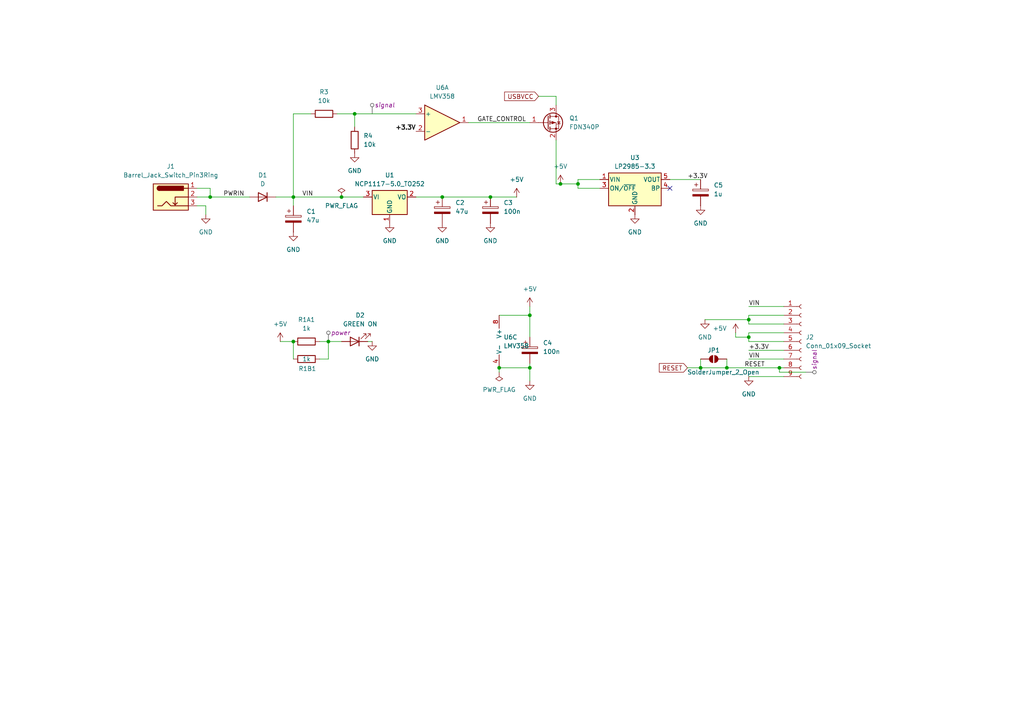
<source format=kicad_sch>
(kicad_sch (version 20231120) (generator "eeschema") (generator_version "8.0")
  (paper "A4")
  (lib_symbols
    (symbol "Amplifier_Operational:LMV358" (pin_names (offset 0.127))
      (property "Reference" "U" (at 0 5.08 0))
      (property "Value" "LMV358" (at 0 -5.08 0))
      (symbol "LMV358_1_1"
        (polyline (pts (xy -5.08 5.08) (xy 5.08 0) (xy -5.08 -5.08) (xy -5.08 5.08)) (stroke (width 0.254)) (fill (type background)))
        (pin output line (at 7.62 0 180) (length 2.54) (name "~") (number "1"))
        (pin input line (at -7.62 -2.54 0) (length 2.54) (name "-") (number "2"))
        (pin input line (at -7.62 2.54 0) (length 2.54) (name "+") (number "3"))
      )
      (symbol "LMV358_2_1"
        (polyline (pts (xy -5.08 5.08) (xy 5.08 0) (xy -5.08 -5.08) (xy -5.08 5.08)) (stroke (width 0.254)) (fill (type background)))
        (pin input line (at -7.62 2.54 0) (length 2.54) (name "+") (number "5"))
        (pin input line (at -7.62 -2.54 0) (length 2.54) (name "-") (number "6"))
        (pin output line (at 7.62 0 180) (length 2.54) (name "~") (number "7"))
      )
      (symbol "LMV358_3_1"
        (pin power_in line (at -2.54 -7.62 90) (length 3.81) (name "V-") (number "4"))
        (pin power_in line (at -2.54 7.62 270) (length 3.81) (name "V+") (number "8"))
      )
    )
    (symbol "Connector:Barrel_Jack_Switch_Pin3Ring" (pin_names hide)
      (property "Reference" "J" (at 0 5.334 0))
      (property "Value" "Barrel_Jack_Switch_Pin3Ring" (at 0 -5.08 0))
      (symbol "Barrel_Jack_Switch_Pin3Ring_0_1"
        (rectangle (start -5.08 3.81) (end 5.08 -3.81) (stroke (width 0.254)) (fill (type background)))
        (arc (start -3.302 3.175) (mid -3.9343 2.54) (end -3.302 1.905) (stroke (width 0.254)))
        (arc (start -3.302 3.175) (mid -3.9343 2.54) (end -3.302 1.905) (stroke (width 0.254)) (fill (type outline)))
        (polyline (pts (xy 1.27 -2.286) (xy 1.905 -1.651)) (stroke (width 0.254)))
        (polyline (pts (xy 5.08 2.54) (xy 3.81 2.54)) (stroke (width 0.254)))
        (polyline (pts (xy 5.08 0) (xy 1.27 0) (xy 1.27 -2.286) (xy 0.635 -1.651)) (stroke (width 0.254)))
        (polyline (pts (xy -3.81 -2.54) (xy -2.54 -2.54) (xy -1.27 -1.27) (xy 0 -2.54) (xy 2.54 -2.54) (xy 5.08 -2.54)) (stroke (width 0.254)))
        (rectangle (start 3.683 3.175) (end -3.302 1.905) (stroke (width 0.254)) (fill (type outline)))
      )
      (symbol "Barrel_Jack_Switch_Pin3Ring_1_1"
        (pin passive line (at 7.62 2.54 180) (length 2.54) (name "~") (number "1"))
        (pin passive line (at 7.62 0 180) (length 2.54) (name "~") (number "2"))
        (pin passive line (at 7.62 -2.54 180) (length 2.54) (name "~") (number "3"))
      )
    )
    (symbol "Connector:Conn_01x09_Socket" (pin_names (offset 1.016) hide)
      (property "Reference" "J" (at 0 12.7 0))
      (property "Value" "Conn_01x09_Socket" (at 0 -12.7 0))
      (symbol "Conn_01x09_Socket_1_1"
        (arc (start 0 -9.652) (mid -0.5058 -10.16) (end 0 -10.668) (stroke (width 0.1524)))
        (arc (start 0 -7.112) (mid -0.5058 -7.62) (end 0 -8.128) (stroke (width 0.1524)))
        (arc (start 0 -4.572) (mid -0.5058 -5.08) (end 0 -5.588) (stroke (width 0.1524)))
        (arc (start 0 -2.032) (mid -0.5058 -2.54) (end 0 -3.048) (stroke (width 0.1524)))
        (polyline (pts (xy -1.27 -10.16) (xy -0.508 -10.16)) (stroke (width 0.1524)))
        (polyline (pts (xy -1.27 -7.62) (xy -0.508 -7.62)) (stroke (width 0.1524)))
        (polyline (pts (xy -1.27 -5.08) (xy -0.508 -5.08)) (stroke (width 0.1524)))
        (polyline (pts (xy -1.27 -2.54) (xy -0.508 -2.54)) (stroke (width 0.1524)))
        (polyline (pts (xy -1.27 0) (xy -0.508 0)) (stroke (width 0.1524)))
        (polyline (pts (xy -1.27 2.54) (xy -0.508 2.54)) (stroke (width 0.1524)))
        (polyline (pts (xy -1.27 5.08) (xy -0.508 5.08)) (stroke (width 0.1524)))
        (polyline (pts (xy -1.27 7.62) (xy -0.508 7.62)) (stroke (width 0.1524)))
        (polyline (pts (xy -1.27 10.16) (xy -0.508 10.16)) (stroke (width 0.1524)))
        (arc (start 0 0.508) (mid -0.5058 0) (end 0 -0.508) (stroke (width 0.1524)))
        (arc (start 0 3.048) (mid -0.5058 2.54) (end 0 2.032) (stroke (width 0.1524)))
        (arc (start 0 5.588) (mid -0.5058 5.08) (end 0 4.572) (stroke (width 0.1524)))
        (arc (start 0 8.128) (mid -0.5058 7.62) (end 0 7.112) (stroke (width 0.1524)))
        (arc (start 0 10.668) (mid -0.5058 10.16) (end 0 9.652) (stroke (width 0.1524)))
        (pin passive line (at -5.08 10.16 0) (length 3.81) (name "Pin_1") (number "1"))
        (pin passive line (at -5.08 7.62 0) (length 3.81) (name "Pin_2") (number "2"))
        (pin passive line (at -5.08 5.08 0) (length 3.81) (name "Pin_3") (number "3"))
        (pin passive line (at -5.08 2.54 0) (length 3.81) (name "Pin_4") (number "4"))
        (pin passive line (at -5.08 0 0) (length 3.81) (name "Pin_5") (number "5"))
        (pin passive line (at -5.08 -2.54 0) (length 3.81) (name "Pin_6") (number "6"))
        (pin passive line (at -5.08 -5.08 0) (length 3.81) (name "Pin_7") (number "7"))
        (pin passive line (at -5.08 -7.62 0) (length 3.81) (name "Pin_8") (number "8"))
        (pin passive line (at -5.08 -10.16 0) (length 3.81) (name "Pin_9") (number "9"))
      )
    )
    (symbol "Device:C_Polarized" (pin_numbers hide) (pin_names (offset 0.254))
      (property "Reference" "C" (at 0.635 2.54 0))
      (property "Value" "C_Polarized" (at 0.635 -2.54 0))
      (symbol "C_Polarized_0_1"
        (rectangle (start -2.286 0.508) (end 2.286 1.016))
        (polyline (pts (xy -1.778 2.286) (xy -0.762 2.286)))
        (polyline (pts (xy -1.27 2.794) (xy -1.27 1.778)))
        (rectangle (start 2.286 -0.508) (end -2.286 -1.016) (fill (type outline)))
      )
      (symbol "C_Polarized_1_1"
        (pin passive line (at 0 3.81 270) (length 2.794) (name "~") (number "1"))
        (pin passive line (at 0 -3.81 90) (length 2.794) (name "~") (number "2"))
      )
    )
    (symbol "Device:D" (pin_numbers hide) (pin_names (offset 1.016) hide)
      (property "Reference" "D" (at 0 2.54 0))
      (property "Value" "D" (at 0 -2.54 0))
      (symbol "D_0_1"
        (polyline (pts (xy -1.27 1.27) (xy -1.27 -1.27)) (stroke (width 0.254)))
        (polyline (pts (xy 1.27 0) (xy -1.27 0)))
        (polyline (pts (xy 1.27 1.27) (xy 1.27 -1.27) (xy -1.27 0) (xy 1.27 1.27)) (stroke (width 0.254)))
      )
      (symbol "D_1_1"
        (pin passive line (at -3.81 0 0) (length 2.54) (name "K") (number "1"))
        (pin passive line (at 3.81 0 180) (length 2.54) (name "A") (number "2"))
      )
    )
    (symbol "Device:LED" (pin_numbers hide) (pin_names (offset 1.016) hide)
      (property "Reference" "D" (at 0 2.54 0))
      (property "Value" "LED" (at 0 -2.54 0))
      (symbol "LED_0_1"
        (polyline (pts (xy -1.27 -1.27) (xy -1.27 1.27)) (stroke (width 0.254)))
        (polyline (pts (xy -1.27 0) (xy 1.27 0)))
        (polyline (pts (xy 1.27 -1.27) (xy 1.27 1.27) (xy -1.27 0) (xy 1.27 -1.27)) (stroke (width 0.254)))
        (polyline (pts (xy -3.048 -0.762) (xy -4.572 -2.286) (xy -3.81 -2.286) (xy -4.572 -2.286) (xy -4.572 -1.524)))
        (polyline (pts (xy -1.778 -0.762) (xy -3.302 -2.286) (xy -2.54 -2.286) (xy -3.302 -2.286) (xy -3.302 -1.524)))
      )
      (symbol "LED_1_1"
        (pin passive line (at -3.81 0 0) (length 2.54) (name "K") (number "1"))
        (pin passive line (at 3.81 0 180) (length 2.54) (name "A") (number "2"))
      )
    )
    (symbol "Device:R" (pin_numbers hide) (pin_names (offset 0))
      (property "Reference" "R" (at 2.032 0 90))
      (property "Value" "R" (at 0 0 90))
      (symbol "R_0_1"
        (rectangle (start -1.016 -2.54) (end 1.016 2.54) (stroke (width 0.254)))
      )
      (symbol "R_1_1"
        (pin passive line (at 0 3.81 270) (length 1.27) (name "~") (number "1"))
        (pin passive line (at 0 -3.81 90) (length 1.27) (name "~") (number "2"))
      )
    )
    (symbol "Jumper:SolderJumper_2_Open" (pin_numbers hide) (pin_names (offset 0) hide) (exclude_from_sim yes) (in_bom no)
      (property "Reference" "JP" (at 0 2.032 0))
      (property "Value" "SolderJumper_2_Open" (at 0 -2.54 0))
      (symbol "SolderJumper_2_Open_0_1"
        (arc (start -0.254 1.016) (mid -1.2656 0) (end -0.254 -1.016))
        (arc (start -0.254 1.016) (mid -1.2656 0) (end -0.254 -1.016) (fill (type outline)))
        (polyline (pts (xy -0.254 1.016) (xy -0.254 -1.016)))
        (polyline (pts (xy 0.254 1.016) (xy 0.254 -1.016)))
        (arc (start 0.254 -1.016) (mid 1.2656 0) (end 0.254 1.016))
        (arc (start 0.254 -1.016) (mid 1.2656 0) (end 0.254 1.016) (fill (type outline)))
      )
      (symbol "SolderJumper_2_Open_1_1"
        (pin passive line (at -3.81 0 0) (length 2.54) (name "A") (number "1"))
        (pin passive line (at 3.81 0 180) (length 2.54) (name "B") (number "2"))
      )
    )
    (symbol "Regulator_Linear:LP2985-3.3" (pin_names (offset 0.254))
      (property "Reference" "U" (at -6.35 5.715 0))
      (property "Value" "LP2985-3.3" (at 0 5.715 0))
      (symbol "LP2985-3.3_0_1"
        (rectangle (start -7.62 -5.08) (end 7.62 4.445) (stroke (width 0.254)) (fill (type background)))
      )
      (symbol "LP2985-3.3_1_1"
        (pin power_in line (at -10.16 2.54 0) (length 2.54) (name "VIN") (number "1"))
        (pin power_in line (at 0 -7.62 90) (length 2.54) (name "GND") (number "2"))
        (pin input line (at -10.16 0 0) (length 2.54) (name "ON/~{OFF}") (number "3"))
        (pin input line (at 10.16 0 180) (length 2.54) (name "BP") (number "4"))
        (pin power_out line (at 10.16 2.54 180) (length 2.54) (name "VOUT") (number "5"))
      )
    )
    (symbol "Regulator_Linear:NCP1117-5.0_TO252" (pin_names (offset 0.254))
      (property "Reference" "U" (at -3.81 3.175 0))
      (property "Value" "NCP1117-5.0_TO252" (at 0 3.175 0))
      (symbol "NCP1117-5.0_TO252_0_1"
        (rectangle (start -5.08 1.905) (end 5.08 -5.08) (stroke (width 0.254)) (fill (type background)))
      )
      (symbol "NCP1117-5.0_TO252_1_1"
        (pin power_in line (at 0 -7.62 90) (length 2.54) (name "GND") (number "1"))
        (pin power_out line (at 7.62 0 180) (length 2.54) (name "VO") (number "2"))
        (pin power_in line (at -7.62 0 0) (length 2.54) (name "VI") (number "3"))
      )
    )
    (symbol "Transistor_FET:FDN340P" (pin_names hide)
      (property "Reference" "Q" (at 5.08 1.905 0))
      (property "Value" "FDN340P" (at 5.08 0 0))
      (symbol "FDN340P_0_1"
        (polyline (pts (xy 0.254 0) (xy -2.54 0)))
        (polyline (pts (xy 0.254 1.905) (xy 0.254 -1.905)) (stroke (width 0.254)))
        (polyline (pts (xy 0.762 -1.27) (xy 0.762 -2.286)) (stroke (width 0.254)))
        (polyline (pts (xy 0.762 0.508) (xy 0.762 -0.508)) (stroke (width 0.254)))
        (polyline (pts (xy 0.762 2.286) (xy 0.762 1.27)) (stroke (width 0.254)))
        (polyline (pts (xy 2.54 2.54) (xy 2.54 1.778)))
        (polyline (pts (xy 2.54 -2.54) (xy 2.54 0) (xy 0.762 0)))
        (polyline (pts (xy 0.762 1.778) (xy 3.302 1.778) (xy 3.302 -1.778) (xy 0.762 -1.778)))
        (polyline (pts (xy 2.286 0) (xy 1.27 0.381) (xy 1.27 -0.381) (xy 2.286 0)) (fill (type outline)))
        (polyline (pts (xy 2.794 -0.508) (xy 2.921 -0.381) (xy 3.683 -0.381) (xy 3.81 -0.254)))
        (polyline (pts (xy 3.302 -0.381) (xy 2.921 0.254) (xy 3.683 0.254) (xy 3.302 -0.381)))
        (circle (center 1.651 0) (radius 2.794) (stroke (width 0.254)))
        (circle (center 2.54 -1.778) (radius 0.254) (fill (type outline)))
        (circle (center 2.54 1.778) (radius 0.254) (fill (type outline)))
      )
      (symbol "FDN340P_1_1"
        (pin input line (at -5.08 0 0) (length 2.54) (name "G") (number "1"))
        (pin passive line (at 2.54 -5.08 90) (length 2.54) (name "S") (number "2"))
        (pin passive line (at 2.54 5.08 270) (length 2.54) (name "D") (number "3"))
      )
    )
    (symbol "power:+5V" (power) (pin_numbers hide) (pin_names (offset 0) hide)
      (property "Value" "+5V" (at 0 3.556 0))
      (symbol "+5V_0_1"
        (polyline (pts (xy -0.762 1.27) (xy 0 2.54)))
        (polyline (pts (xy 0 0) (xy 0 2.54)))
        (polyline (pts (xy 0 2.54) (xy 0.762 1.27)))
      )
      (symbol "+5V_1_1"
        (pin power_in line (at 0 0 90) (length 0) (name "~") (number "1"))
      )
    )
    (symbol "power:GND" (power) (pin_numbers hide) (pin_names (offset 0) hide)
      (property "Value" "GND" (at 0 -3.81 0))
      (symbol "GND_0_1"
        (polyline (pts (xy 0 0) (xy 0 -1.27) (xy 1.27 -1.27) (xy 0 -2.54) (xy -1.27 -1.27) (xy 0 -1.27)))
      )
      (symbol "GND_1_1"
        (pin power_in line (at 0 0 270) (length 0) (name "~") (number "1"))
      )
    )
    (symbol "power:PWR_FLAG" (power) (pin_numbers hide) (pin_names (offset 0) hide)
      (property "Value" "PWR_FLAG" (at 0 3.81 0))
      (symbol "PWR_FLAG_0_0"
        (pin power_out line (at 0 0 90) (length 0) (name "~") (number "1"))
      )
      (symbol "PWR_FLAG_0_1"
        (polyline (pts (xy 0 0) (xy 0 1.27) (xy -1.016 1.905) (xy 0 2.54) (xy 1.016 1.905) (xy 0 1.27)))
      )
    )
  )
  (junction (at 60.96 57.15))
  (junction (at 203.2 106.68))
  (junction (at 210.82 106.68))
  (junction (at 99.06 57.15))
  (junction (at 153.67 106.68))
  (junction (at 144.78 106.68))
  (junction (at 142.24 57.15))
  (junction (at 102.87 33.02))
  (junction (at 226.06 106.68))
  (junction (at 153.67 91.44))
  (junction (at 162.56 53.34))
  (junction (at 128.27 57.15))
  (junction (at 85.09 57.15))
  (junction (at 167.64 53.34))
  (junction (at 95.25 99.06))
  (junction (at 85.09 99.06))
  (junction (at 217.17 92.71))
  (junction (at 217.17 97.79))
  (no_connect (at 194.31 54.61))
  (wire (pts (xy 85.09 57.15) (xy 99.06 57.15)))
  (wire (pts (xy 120.65 57.15) (xy 128.27 57.15)))
  (wire (pts (xy 57.15 54.61) (xy 60.96 54.61)))
  (wire (pts (xy 142.24 57.15) (xy 149.86 57.15)))
  (wire (pts (xy 99.06 57.15) (xy 105.41 57.15)))
  (wire (pts (xy 213.36 97.79) (xy 217.17 97.79)))
  (wire (pts (xy 217.17 88.9) (xy 227.33 88.9)))
  (wire (pts (xy 217.17 93.98) (xy 227.33 93.98)))
  (wire (pts (xy 173.99 54.61) (xy 167.64 54.61)))
  (wire (pts (xy 217.17 99.06) (xy 227.33 99.06)))
  (wire (pts (xy 217.17 92.71) (xy 217.17 93.98)))
  (wire (pts (xy 59.69 62.23) (xy 59.69 59.69)))
  (wire (pts (xy 210.82 104.14) (xy 210.82 106.68)))
  (wire (pts (xy 60.96 54.61) (xy 60.96 57.15)))
  (wire (pts (xy 203.2 104.14) (xy 203.2 106.68)))
  (wire (pts (xy 156.21 27.94) (xy 161.29 27.94)))
  (wire (pts (xy 85.09 99.06) (xy 85.09 104.14)))
  (wire (pts (xy 153.67 110.49) (xy 153.67 106.68)))
  (wire (pts (xy 217.17 96.52) (xy 217.17 97.79)))
  (wire (pts (xy 161.29 53.34) (xy 162.56 53.34)))
  (wire (pts (xy 95.25 99.06) (xy 99.06 99.06)))
  (wire (pts (xy 85.09 33.02) (xy 85.09 57.15)))
  (wire (pts (xy 194.31 52.07) (xy 203.2 52.07)))
  (wire (pts (xy 167.64 54.61) (xy 167.64 53.34)))
  (wire (pts (xy 153.67 91.44) (xy 153.67 97.79)))
  (wire (pts (xy 102.87 33.02) (xy 120.65 33.02)))
  (wire (pts (xy 95.25 104.14) (xy 92.71 104.14)))
  (wire (pts (xy 161.29 40.64) (xy 161.29 53.34)))
  (wire (pts (xy 60.96 57.15) (xy 72.39 57.15)))
  (wire (pts (xy 144.78 106.68) (xy 153.67 106.68)))
  (wire (pts (xy 167.64 52.07) (xy 173.99 52.07)))
  (wire (pts (xy 204.47 92.71) (xy 217.17 92.71)))
  (wire (pts (xy 95.25 99.06) (xy 95.25 104.14)))
  (wire (pts (xy 217.17 91.44) (xy 217.17 92.71)))
  (wire (pts (xy 57.15 57.15) (xy 60.96 57.15)))
  (wire (pts (xy 217.17 101.6) (xy 227.33 101.6)))
  (wire (pts (xy 81.28 99.06) (xy 85.09 99.06)))
  (wire (pts (xy 59.69 59.69) (xy 57.15 59.69)))
  (wire (pts (xy 217.17 104.14) (xy 227.33 104.14)))
  (wire (pts (xy 210.82 106.68) (xy 226.06 106.68)))
  (wire (pts (xy 226.06 106.68) (xy 227.33 106.68)))
  (wire (pts (xy 102.87 36.83) (xy 102.87 33.02)))
  (wire (pts (xy 203.2 106.68) (xy 210.82 106.68)))
  (wire (pts (xy 233.68 107.95) (xy 226.06 107.95)))
  (wire (pts (xy 85.09 57.15) (xy 85.09 59.69)))
  (wire (pts (xy 102.87 33.02) (xy 97.79 33.02)))
  (wire (pts (xy 128.27 57.15) (xy 142.24 57.15)))
  (wire (pts (xy 153.67 88.9) (xy 153.67 91.44)))
  (wire (pts (xy 199.39 106.68) (xy 203.2 106.68)))
  (wire (pts (xy 217.17 109.22) (xy 227.33 109.22)))
  (wire (pts (xy 135.89 35.56) (xy 153.67 35.56)))
  (wire (pts (xy 217.17 91.44) (xy 227.33 91.44)))
  (wire (pts (xy 162.56 53.34) (xy 167.64 53.34)))
  (wire (pts (xy 92.71 99.06) (xy 95.25 99.06)))
  (wire (pts (xy 106.68 99.06) (xy 107.95 99.06)))
  (wire (pts (xy 161.29 27.94) (xy 161.29 30.48)))
  (wire (pts (xy 217.17 97.79) (xy 217.17 99.06)))
  (wire (pts (xy 153.67 105.41) (xy 153.67 106.68)))
  (wire (pts (xy 217.17 96.52) (xy 227.33 96.52)))
  (wire (pts (xy 90.17 33.02) (xy 85.09 33.02)))
  (wire (pts (xy 226.06 107.95) (xy 226.06 106.68)))
  (wire (pts (xy 144.78 91.44) (xy 153.67 91.44)))
  (wire (pts (xy 167.64 53.34) (xy 167.64 52.07)))
  (wire (pts (xy 213.36 96.52) (xy 213.36 97.79)))
  (wire (pts (xy 80.01 57.15) (xy 85.09 57.15)))
  (wire (pts (xy 144.78 107.95) (xy 144.78 106.68)))
  (label "VIN" (at 217.17 104.14 0))
  (label "+3.3V" (at 120.65 38.1 180) (effects (font (thickness 0.254) (bold yes))))
  (label "VIN" (at 87.63 57.15 0))
  (label "+3.3V" (at 217.17 101.6 0))
  (label "GATE_CONTROL" (at 138.43 35.56 0))
  (label "PWRIN" (at 64.77 57.15 0))
  (label "+3.3V" (at 199.39 52.07 0))
  (label "VIN" (at 217.17 88.9 0))
  (label "RESET" (at 215.9 106.68 0))
  (global_label "USBVCC" (shape input) (at 156.21 27.94 180) (property "Intersheetrefs" "${INTERSHEET_REFS}" (effects (hide yes))))
  (global_label "RESET" (shape input) (at 199.39 106.68 180) (property "Intersheetrefs" "${INTERSHEET_REFS}" (effects (hide yes))))
  (netclass_flag "" (length 2.54) (shape round) (at 95.25 99.06 0) (property "Netclass" "power" (at 95.9485 96.52 0) (effects (font (italic yes)) (justify left))))
  (netclass_flag "" (length 2.54) (shape round) (at 233.68 107.95 270) (property "Netclass" "signal" (at 236.22 107.2515 90) (effects (font (italic yes)) (justify left))))
  (netclass_flag "" (length 2.54) (shape round) (at 107.95 33.02 0) (property "Netclass" "signal" (at 108.6485 30.48 0) (effects (font (italic yes)) (justify left))))
  (symbol (lib_id "Device:D") (at 76.2 57.15 180) (unit 1)
    (property "Reference" "D1" (at 76.2 50.8 0))
    (property "Value" "D" (at 76.2 53.34 0))
    (property "Footprint" "Diode_SMD:D_0603_1608Metric" (effects (hide yes)))
    (property "Description" "Diode" (effects (hide yes)))
    (property "Sim.Device" "D" (effects (hide yes)))
    (property "Sim.Pins" "1=K 2=A" (effects (hide yes)))
  )
  (symbol (lib_id "power:+5V") (at 213.36 96.52 0) (unit 1)
    (property "Reference" "#PWR017" (effects (hide yes)))
    (property "Value" "+5V" (at 210.82 95.2499 0) (effects (justify right)))
    (property "Description" "Power symbol creates a global label with name \"+5V\"" (effects (hide yes)))
  )
  (symbol (lib_id "power:PWR_FLAG") (at 99.06 57.15 0) (unit 1)
    (property "Reference" "#FLG01" (effects (hide yes)))
    (property "Value" "PWR_FLAG" (at 99.06 59.69 0))
    (property "Description" "Special symbol for telling ERC where power comes from" (effects (hide yes)))
  )
  (symbol (lib_id "Connector:Barrel_Jack_Switch_Pin3Ring") (at 49.53 57.15 0) (unit 1)
    (property "Reference" "J1" (at 49.53 48.26 0))
    (property "Value" "Barrel_Jack_Switch_Pin3Ring" (at 49.53 50.8 0))
    (property "Footprint" "Connector_BarrelJack:BarrelJack_Horizontal" (effects (hide yes)))
    (property "Description" "DC Barrel Jack with an internal switch" (effects (hide yes)))
  )
  (symbol (lib_id "Device:C_Polarized") (at 142.24 60.96 0) (unit 1)
    (property "Reference" "C3" (at 146.05 58.8009 0) (effects (justify left)))
    (property "Value" "100n" (at 146.05 61.3409 0) (effects (justify left)))
    (property "Footprint" "Capacitor_SMD:CP_Elec_6.3x3" (effects (hide yes)))
    (property "Description" "Polarized capacitor" (effects (hide yes)))
  )
  (symbol (lib_id "Device:R") (at 102.87 40.64 180) (unit 1)
    (property "Reference" "R4" (at 105.41 39.3699 0) (effects (justify right)))
    (property "Value" "10k" (at 105.41 41.9099 0) (effects (justify right)))
    (property "Footprint" "Resistor_SMD:R_0603_1608Metric" (effects (hide yes)))
    (property "Description" "Resistor" (effects (hide yes)))
  )
  (symbol (lib_id "Amplifier_Operational:LMV358") (at 147.32 99.06 0) (unit 3)
    (property "Reference" "U6" (at 146.05 97.7899 0) (effects (justify left)))
    (property "Value" "LMV358" (at 146.05 100.3299 0) (effects (justify left)))
    (property "Footprint" "Library:TO229P990X238-3N" (effects (hide yes)))
    (property "Datasheet" "http://www.ti.com/lit/ds/symlink/lmv324.pdf" (effects (hide yes)))
    (property "Description" "Dual Low-Voltage Rail-to-Rail Output Operational Amplifiers, SOIC-8/SSOP-8" (effects (hide yes)))
  )
  (symbol (lib_id "power:GND") (at 59.69 62.23 0) (unit 1)
    (property "Reference" "#PWR01" (effects (hide yes)))
    (property "Value" "GND" (at 59.69 67.31 0))
    (property "Description" "Power symbol creates a global label with name \"GND\" , ground" (effects (hide yes)))
  )
  (symbol (lib_id "Jumper:SolderJumper_2_Open") (at 207.01 104.14 0) (unit 1) (exclude_from_sim yes) (in_bom no)
    (property "Reference" "JP1" (at 207.01 101.6 0))
    (property "Value" "SolderJumper_2_Open" (at 209.804 107.95 0))
    (property "Footprint" "Jumper:SolderJumper-2_P1.3mm_Open_Pad1.0x1.5mm" (effects (hide yes)))
    (property "Description" "Solder Jumper, 2-pole, open" (effects (hide yes)))
  )
  (symbol (lib_id "Device:R") (at 93.98 33.02 90) (unit 1)
    (property "Reference" "R3" (at 93.98 26.67 90))
    (property "Value" "10k" (at 93.98 29.21 90))
    (property "Footprint" "Resistor_SMD:R_0603_1608Metric" (effects (hide yes)))
    (property "Description" "Resistor" (effects (hide yes)))
  )
  (symbol (lib_id "Device:R") (at 88.9 99.06 270) (unit 1)
    (property "Reference" "R1A1" (at 88.9 92.71 90))
    (property "Value" "1k" (at 88.9 95.25 90))
    (property "Footprint" "Resistor_SMD:R_0603_1608Metric" (effects (hide yes)))
    (property "Description" "Resistor" (effects (hide yes)))
  )
  (symbol (lib_id "Regulator_Linear:NCP1117-5.0_TO252") (at 113.03 57.15 0) (unit 1)
    (property "Reference" "U1" (at 113.03 50.8 0))
    (property "Value" "NCP1117-5.0_TO252" (at 113.03 53.34 0))
    (property "Footprint" "Package_TO_SOT_SMD:TO-252-2" (effects (hide yes)))
    (property "Datasheet" "http://www.onsemi.com/pub_link/Collateral/NCP1117-D.PDF" (effects (hide yes)))
    (property "Description" "1A Low drop-out regulator, Fixed Output 5.0V, TO-252 (DPAK)" (effects (hide yes)))
  )
  (symbol (lib_id "Device:C_Polarized") (at 85.09 63.5 0) (unit 1)
    (property "Reference" "C1" (at 88.9 61.3409 0) (effects (justify left)))
    (property "Value" "47u" (at 88.9 63.8809 0) (effects (justify left)))
    (property "Footprint" "Capacitor_SMD:CP_Elec_6.3x3" (effects (hide yes)))
    (property "Description" "Polarized capacitor" (effects (hide yes)))
  )
  (symbol (lib_id "power:GND") (at 142.24 64.77 0) (unit 1)
    (property "Reference" "#PWR09" (effects (hide yes)))
    (property "Value" "GND" (at 142.24 69.85 0))
    (property "Description" "Power symbol creates a global label with name \"GND\" , ground" (effects (hide yes)))
  )
  (symbol (lib_id "power:GND") (at 153.67 110.49 0) (unit 1)
    (property "Reference" "#PWR012" (effects (hide yes)))
    (property "Value" "GND" (at 153.67 115.57 0))
    (property "Description" "Power symbol creates a global label with name \"GND\" , ground" (effects (hide yes)))
  )
  (symbol (lib_id "power:PWR_FLAG") (at 144.78 107.95 180) (unit 1)
    (property "Reference" "#FLG02" (effects (hide yes)))
    (property "Value" "PWR_FLAG" (at 144.78 113.03 0))
    (property "Description" "Special symbol for telling ERC where power comes from" (effects (hide yes)))
  )
  (symbol (lib_id "power:GND") (at 217.17 109.22 0) (unit 1)
    (property "Reference" "#PWR018" (effects (hide yes)))
    (property "Value" "GND" (at 217.17 114.3 0))
    (property "Description" "Power symbol creates a global label with name \"GND\" , ground" (effects (hide yes)))
  )
  (symbol (lib_id "power:GND") (at 113.03 64.77 0) (unit 1)
    (property "Reference" "#PWR07" (effects (hide yes)))
    (property "Value" "GND" (at 113.03 69.85 0))
    (property "Description" "Power symbol creates a global label with name \"GND\" , ground" (effects (hide yes)))
  )
  (symbol (lib_id "power:GND") (at 204.47 92.71 0) (unit 1)
    (property "Reference" "#PWR016" (effects (hide yes)))
    (property "Value" "GND" (at 204.47 97.79 0))
    (property "Description" "Power symbol creates a global label with name \"GND\" , ground" (effects (hide yes)))
  )
  (symbol (lib_id "Transistor_FET:FDN340P") (at 158.75 35.56 0) (unit 1)
    (property "Reference" "Q1" (at 165.1 34.2899 0) (effects (justify left)))
    (property "Value" "FDN340P" (at 165.1 36.8299 0) (effects (justify left)))
    (property "Footprint" "Package_TO_SOT_SMD:SOT-23" (effects (hide yes)))
    (property "Datasheet" "https://www.onsemi.com/pub/Collateral/FDN340P-D.PDF" (effects (hide yes)))
    (property "Description" "-2A Id, -20V Vds, P-Channel MOSFET, 70mOhm Ron, SOT-23" (effects (hide yes)))
  )
  (symbol (lib_id "Amplifier_Operational:LMV358") (at 128.27 35.56 0) (unit 1)
    (property "Reference" "U6" (at 128.27 25.4 0))
    (property "Value" "LMV358" (at 128.27 27.94 0))
    (property "Footprint" "Library:TO229P990X238-3N" (effects (hide yes)))
    (property "Datasheet" "http://www.ti.com/lit/ds/symlink/lmv324.pdf" (effects (hide yes)))
    (property "Description" "Dual Low-Voltage Rail-to-Rail Output Operational Amplifiers, SOIC-8/SSOP-8" (effects (hide yes)))
  )
  (symbol (lib_id "power:GND") (at 203.2 59.69 0) (unit 1)
    (property "Reference" "#PWR015" (effects (hide yes)))
    (property "Value" "GND" (at 203.2 64.77 0))
    (property "Description" "Power symbol creates a global label with name \"GND\" , ground" (effects (hide yes)))
  )
  (symbol (lib_id "Device:LED") (at 102.87 99.06 180) (unit 1)
    (property "Reference" "D2" (at 104.4575 91.44 0))
    (property "Value" "GREEN ON" (at 104.4575 93.98 0))
    (property "Footprint" "LED_SMD:LED_0603_1608Metric" (effects (hide yes)))
    (property "Description" "Light emitting diode" (effects (hide yes)))
  )
  (symbol (lib_id "Device:R") (at 88.9 104.14 270) (unit 1)
    (property "Reference" "R1B1" (at 89.154 106.934 90))
    (property "Value" "1k" (at 88.9 104.14 90))
    (property "Footprint" "Resistor_SMD:R_0603_1608Metric" (effects (hide yes)))
    (property "Description" "Resistor" (effects (hide yes)))
  )
  (symbol (lib_id "power:GND") (at 184.15 62.23 0) (unit 1)
    (property "Reference" "#PWR014" (effects (hide yes)))
    (property "Value" "GND" (at 184.15 67.31 0))
    (property "Description" "Power symbol creates a global label with name \"GND\" , ground" (effects (hide yes)))
  )
  (symbol (lib_id "power:GND") (at 128.27 64.77 0) (unit 1)
    (property "Reference" "#PWR08" (effects (hide yes)))
    (property "Value" "GND" (at 128.27 69.85 0))
    (property "Description" "Power symbol creates a global label with name \"GND\" , ground" (effects (hide yes)))
  )
  (symbol (lib_id "power:+5V") (at 149.86 57.15 0) (unit 1)
    (property "Reference" "#PWR010" (effects (hide yes)))
    (property "Value" "+5V" (at 149.86 52.07 0))
    (property "Description" "Power symbol creates a global label with name \"+5V\"" (effects (hide yes)))
  )
  (symbol (lib_id "power:GND") (at 102.87 44.45 0) (unit 1)
    (property "Reference" "#PWR05" (effects (hide yes)))
    (property "Value" "GND" (at 102.87 49.53 0))
    (property "Description" "Power symbol creates a global label with name \"GND\" , ground" (effects (hide yes)))
  )
  (symbol (lib_id "power:+5V") (at 81.28 99.06 0) (unit 1)
    (property "Reference" "#PWR02" (effects (hide yes)))
    (property "Value" "+5V" (at 81.28 93.98 0))
    (property "Description" "Power symbol creates a global label with name \"+5V\"" (effects (hide yes)))
  )
  (symbol (lib_id "power:+5V") (at 162.56 53.34 0) (unit 1)
    (property "Reference" "#PWR013" (effects (hide yes)))
    (property "Value" "+5V" (at 162.56 48.26 0))
    (property "Description" "Power symbol creates a global label with name \"+5V\"" (effects (hide yes)))
  )
  (symbol (lib_id "Connector:Conn_01x09_Socket") (at 232.41 99.06 0) (unit 1)
    (property "Reference" "J2" (at 233.68 97.7899 0) (effects (justify left)))
    (property "Value" "Conn_01x09_Socket" (at 233.68 100.3299 0) (effects (justify left)))
    (property "Footprint" "Connector_Samtec_HPM_THT:Samtec_HPM-09-01-x-S_Straight_1x09_Pitch5.08mm" (effects (hide yes)))
    (property "Description" "Generic connector, single row, 01x09, script generated" (effects (hide yes)))
  )
  (symbol (lib_id "power:+5V") (at 153.67 88.9 0) (unit 1)
    (property "Reference" "#PWR011" (effects (hide yes)))
    (property "Value" "+5V" (at 153.67 83.82 0))
    (property "Description" "Power symbol creates a global label with name \"+5V\"" (effects (hide yes)))
  )
  (symbol (lib_id "power:GND") (at 85.09 67.31 0) (unit 1)
    (property "Reference" "#PWR03" (effects (hide yes)))
    (property "Value" "GND" (at 85.09 72.39 0))
    (property "Description" "Power symbol creates a global label with name \"GND\" , ground" (effects (hide yes)))
  )
  (symbol (lib_id "power:GND") (at 107.95 99.06 0) (unit 1)
    (property "Reference" "#PWR06" (effects (hide yes)))
    (property "Value" "GND" (at 107.95 104.14 0))
    (property "Description" "Power symbol creates a global label with name \"GND\" , ground" (effects (hide yes)))
  )
  (symbol (lib_id "Regulator_Linear:LP2985-3.3") (at 184.15 54.61 0) (unit 1)
    (property "Reference" "U3" (at 184.15 45.72 0))
    (property "Value" "LP2985-3.3" (at 184.15 48.26 0))
    (property "Footprint" "Package_TO_SOT_SMD:SOT-23-5" (effects (hide yes)))
    (property "Datasheet" "http://www.ti.com/lit/ds/symlink/lp2985.pdf" (effects (hide yes)))
    (property "Description" "150mA 16V Low-noise Low-dropout Regulator With Shutdown, 3.3V output voltage, SOT-23-5" (effects (hide yes)))
  )
  (symbol (lib_id "Device:C_Polarized") (at 203.2 55.88 0) (unit 1)
    (property "Reference" "C5" (at 207.01 53.7209 0) (effects (justify left)))
    (property "Value" "1u" (at 207.01 56.2609 0) (effects (justify left)))
    (property "Footprint" "Capacitor_SMD:CP_Elec_6.3x3" (effects (hide yes)))
    (property "Description" "Polarized capacitor" (effects (hide yes)))
  )
  (symbol (lib_id "Device:C_Polarized") (at 128.27 60.96 0) (unit 1)
    (property "Reference" "C2" (at 132.08 58.8009 0) (effects (justify left)))
    (property "Value" "47u" (at 132.08 61.3409 0) (effects (justify left)))
    (property "Footprint" "Capacitor_SMD:CP_Elec_6.3x3" (effects (hide yes)))
    (property "Description" "Polarized capacitor" (effects (hide yes)))
  )
  (symbol (lib_id "Device:C_Polarized") (at 153.67 101.6 0) (unit 1)
    (property "Reference" "C4" (at 157.48 99.4409 0) (effects (justify left)))
    (property "Value" "100n" (at 157.48 101.9809 0) (effects (justify left)))
    (property "Footprint" "Capacitor_SMD:CP_Elec_6.3x3" (effects (hide yes)))
    (property "Description" "Polarized capacitor" (effects (hide yes)))
  )
)
</source>
